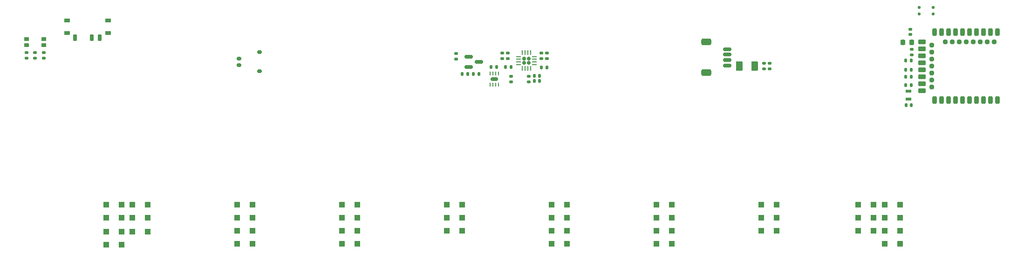
<source format=gbr>
%TF.GenerationSoftware,KiCad,Pcbnew,8.0.8*%
%TF.CreationDate,2025-05-09T16:57:09+02:00*%
%TF.ProjectId,pandemonium BLE e7 cutout,70616e64-656d-46f6-9e69-756d20424c45,rev?*%
%TF.SameCoordinates,Original*%
%TF.FileFunction,Paste,Bot*%
%TF.FilePolarity,Positive*%
%FSLAX46Y46*%
G04 Gerber Fmt 4.6, Leading zero omitted, Abs format (unit mm)*
G04 Created by KiCad (PCBNEW 8.0.8) date 2025-05-09 16:57:09*
%MOMM*%
%LPD*%
G01*
G04 APERTURE LIST*
G04 Aperture macros list*
%AMRoundRect*
0 Rectangle with rounded corners*
0 $1 Rounding radius*
0 $2 $3 $4 $5 $6 $7 $8 $9 X,Y pos of 4 corners*
0 Add a 4 corners polygon primitive as box body*
4,1,4,$2,$3,$4,$5,$6,$7,$8,$9,$2,$3,0*
0 Add four circle primitives for the rounded corners*
1,1,$1+$1,$2,$3*
1,1,$1+$1,$4,$5*
1,1,$1+$1,$6,$7*
1,1,$1+$1,$8,$9*
0 Add four rect primitives between the rounded corners*
20,1,$1+$1,$2,$3,$4,$5,0*
20,1,$1+$1,$4,$5,$6,$7,0*
20,1,$1+$1,$6,$7,$8,$9,0*
20,1,$1+$1,$8,$9,$2,$3,0*%
G04 Aperture macros list end*
%ADD10RoundRect,0.250000X0.300000X0.300000X-0.300000X0.300000X-0.300000X-0.300000X0.300000X-0.300000X0*%
%ADD11RoundRect,0.140000X0.170000X-0.140000X0.170000X0.140000X-0.170000X0.140000X-0.170000X-0.140000X0*%
%ADD12RoundRect,0.137500X0.137500X0.147500X-0.137500X0.147500X-0.137500X-0.147500X0.137500X-0.147500X0*%
%ADD13RoundRect,0.135000X0.185000X-0.135000X0.185000X0.135000X-0.185000X0.135000X-0.185000X-0.135000X0*%
%ADD14RoundRect,0.250000X-0.375000X-0.625000X0.375000X-0.625000X0.375000X0.625000X-0.375000X0.625000X0*%
%ADD15RoundRect,0.135000X0.135000X0.185000X-0.135000X0.185000X-0.135000X-0.185000X0.135000X-0.185000X0*%
%ADD16RoundRect,0.135000X-0.135000X-0.185000X0.135000X-0.185000X0.135000X0.185000X-0.135000X0.185000X0*%
%ADD17RoundRect,0.135000X-0.185000X0.135000X-0.185000X-0.135000X0.185000X-0.135000X0.185000X0.135000X0*%
%ADD18R,1.100000X0.600000*%
%ADD19RoundRect,0.250000X-0.300000X-0.300000X0.300000X-0.300000X0.300000X0.300000X-0.300000X0.300000X0*%
%ADD20RoundRect,0.150000X0.625000X-0.150000X0.625000X0.150000X-0.625000X0.150000X-0.625000X-0.150000X0*%
%ADD21RoundRect,0.250000X0.650000X-0.350000X0.650000X0.350000X-0.650000X0.350000X-0.650000X-0.350000X0*%
%ADD22RoundRect,0.140000X-0.170000X0.140000X-0.170000X-0.140000X0.170000X-0.140000X0.170000X0.140000X0*%
%ADD23RoundRect,0.218750X0.218750X0.256250X-0.218750X0.256250X-0.218750X-0.256250X0.218750X-0.256250X0*%
%ADD24RoundRect,0.140000X0.140000X0.170000X-0.140000X0.170000X-0.140000X-0.170000X0.140000X-0.170000X0*%
%ADD25RoundRect,0.150000X-0.587500X-0.150000X0.587500X-0.150000X0.587500X0.150000X-0.587500X0.150000X0*%
%ADD26RoundRect,0.090000X-0.210000X-0.535000X0.210000X-0.535000X0.210000X0.535000X-0.210000X0.535000X0*%
%ADD27RoundRect,0.105000X-0.445000X0.245000X-0.445000X-0.245000X0.445000X-0.245000X0.445000X0.245000X0*%
%ADD28RoundRect,0.070000X-0.330000X0.280000X-0.330000X-0.280000X0.330000X-0.280000X0.330000X0.280000X0*%
%ADD29RoundRect,0.150000X-0.275000X0.150000X-0.275000X-0.150000X0.275000X-0.150000X0.275000X0.150000X0*%
%ADD30RoundRect,0.175000X-0.225000X0.175000X-0.225000X-0.175000X0.225000X-0.175000X0.225000X0.175000X0*%
%ADD31RoundRect,0.140000X-0.140000X-0.170000X0.140000X-0.170000X0.140000X0.170000X-0.140000X0.170000X0*%
%ADD32RoundRect,0.160000X-0.485000X0.160000X-0.485000X-0.160000X0.485000X-0.160000X0.485000X0.160000X0*%
%ADD33RoundRect,0.062500X-0.062500X0.287500X-0.062500X-0.287500X0.062500X-0.287500X0.062500X0.287500X0*%
%ADD34RoundRect,0.160000X-0.160000X-0.160000X0.160000X-0.160000X0.160000X0.160000X-0.160000X0.160000X0*%
%ADD35RoundRect,0.062500X-0.375000X-0.062500X0.375000X-0.062500X0.375000X0.062500X-0.375000X0.062500X0*%
%ADD36RoundRect,0.062500X-0.062500X-0.375000X0.062500X-0.375000X0.062500X0.375000X-0.062500X0.375000X0*%
%ADD37RoundRect,0.200000X0.200000X-0.500000X0.200000X0.500000X-0.200000X0.500000X-0.200000X-0.500000X0*%
%ADD38RoundRect,0.200000X-0.500000X-0.200000X0.500000X-0.200000X0.500000X0.200000X-0.500000X0.200000X0*%
%ADD39RoundRect,0.200000X-0.200000X-0.200000X0.200000X-0.200000X0.200000X0.200000X-0.200000X0.200000X0*%
%ADD40RoundRect,0.147500X-0.172500X0.147500X-0.172500X-0.147500X0.172500X-0.147500X0.172500X0.147500X0*%
G04 APERTURE END LIST*
D10*
%TO.C,D6*%
X137925000Y-72825000D03*
X135125000Y-72825000D03*
%TD*%
D11*
%TO.C,C19*%
X127166250Y-41466938D03*
X127166250Y-40506938D03*
%TD*%
D12*
%TO.C,SW3*%
X204475000Y-32191250D03*
X201925000Y-32191250D03*
X204475000Y-33351250D03*
X201925000Y-33351250D03*
%TD*%
D13*
%TO.C,R4*%
X117795858Y-41552413D03*
X117795858Y-40532413D03*
%TD*%
D14*
%TO.C,F2*%
X169256250Y-42862500D03*
X172056250Y-42862500D03*
%TD*%
D10*
%TO.C,D17*%
X80775000Y-68062500D03*
X77975000Y-68062500D03*
%TD*%
D15*
%TO.C,R2*%
X119893358Y-44298996D03*
X118873358Y-44298996D03*
%TD*%
D16*
%TO.C,R8*%
X199467347Y-43489114D03*
X200487347Y-43489114D03*
%TD*%
D10*
%TO.C,D35*%
X118875000Y-72825000D03*
X116075000Y-72825000D03*
%TD*%
%TO.C,D9*%
X156975000Y-70443750D03*
X154175000Y-70443750D03*
%TD*%
%TO.C,D24*%
X137925000Y-75206250D03*
X135125000Y-75206250D03*
%TD*%
D17*
%TO.C,R16*%
X127793750Y-44704201D03*
X127793750Y-45724201D03*
%TD*%
D18*
%TO.C,Y1*%
X200025000Y-47425000D03*
X200025000Y-48825000D03*
%TD*%
D19*
%TO.C,D31*%
X190881250Y-70443750D03*
X193681250Y-70443750D03*
%TD*%
D10*
%TO.C,D13*%
X156975000Y-72825000D03*
X154175000Y-72825000D03*
%TD*%
D17*
%TO.C,R12*%
X39740282Y-40365000D03*
X39740282Y-41385000D03*
%TD*%
D15*
%TO.C,R3*%
X121956821Y-44314538D03*
X120936821Y-44314538D03*
%TD*%
D10*
%TO.C,D18*%
X176025000Y-68062500D03*
X173225000Y-68062500D03*
%TD*%
%TO.C,D12*%
X61725000Y-68062500D03*
X58925000Y-68062500D03*
%TD*%
D11*
%TO.C,C18*%
X126206250Y-41466938D03*
X126206250Y-40506938D03*
%TD*%
D10*
%TO.C,D20*%
X176025000Y-72825000D03*
X173225000Y-72825000D03*
%TD*%
D17*
%TO.C,R10*%
X42862500Y-40365000D03*
X42862500Y-41385000D03*
%TD*%
D10*
%TO.C,D37*%
X198443750Y-72825000D03*
X195643750Y-72825000D03*
%TD*%
%TO.C,D32*%
X198443750Y-70443750D03*
X195643750Y-70443750D03*
%TD*%
D20*
%TO.C,J5*%
X167100000Y-42775000D03*
X167100000Y-41775000D03*
X167100000Y-40775000D03*
X167100000Y-39775000D03*
D21*
X163225000Y-44075000D03*
X163225000Y-38475000D03*
%TD*%
D22*
%TO.C,C8*%
X200597327Y-39825736D03*
X200597327Y-40785736D03*
%TD*%
D23*
%TO.C,L1*%
X200587507Y-38500629D03*
X199012507Y-38500629D03*
%TD*%
D10*
%TO.C,D29*%
X118875000Y-70443750D03*
X116075000Y-70443750D03*
%TD*%
%TO.C,D2*%
X137925000Y-70443750D03*
X135125000Y-70443750D03*
%TD*%
D24*
%TO.C,C9*%
X200503785Y-49979298D03*
X199543785Y-49979298D03*
%TD*%
D25*
%TO.C,Q1*%
X120033358Y-43018750D03*
X120033358Y-41118750D03*
X121908358Y-42068750D03*
%TD*%
D10*
%TO.C,D15*%
X80775000Y-72825000D03*
X77975000Y-72825000D03*
%TD*%
%TO.C,D28*%
X99825000Y-68062500D03*
X97025000Y-68062500D03*
%TD*%
%TO.C,D34*%
X99825000Y-72825000D03*
X97025000Y-72825000D03*
%TD*%
%TO.C,D16*%
X176025000Y-70443750D03*
X173225000Y-70443750D03*
%TD*%
D16*
%TO.C,R1*%
X199495793Y-44762106D03*
X200515793Y-44762106D03*
%TD*%
D15*
%TO.C,R13*%
X127783953Y-42987500D03*
X126763953Y-42987500D03*
%TD*%
D10*
%TO.C,D40*%
X156975000Y-75206250D03*
X154175000Y-75206250D03*
%TD*%
%TO.C,D23*%
X118875000Y-68062500D03*
X116075000Y-68062500D03*
%TD*%
%TO.C,D4*%
X137925000Y-68062500D03*
X135125000Y-68062500D03*
%TD*%
D26*
%TO.C,SW4*%
X48550000Y-37718750D03*
X51550000Y-37718750D03*
X53050000Y-37718750D03*
D27*
X54500000Y-36868750D03*
X54500000Y-34568750D03*
X47100000Y-36868750D03*
X47100000Y-34568750D03*
%TD*%
D11*
%TO.C,C7*%
X200343919Y-37116037D03*
X200343919Y-36156037D03*
%TD*%
D28*
%TO.C,LED1*%
X42825000Y-37943750D03*
X42825000Y-39043750D03*
X39725000Y-39043750D03*
X39725000Y-37943750D03*
%TD*%
D16*
%TO.C,R15*%
X133280000Y-43087500D03*
X134300000Y-43087500D03*
%TD*%
D11*
%TO.C,C16*%
X133306250Y-41466297D03*
X133306250Y-40506297D03*
%TD*%
D10*
%TO.C,D11*%
X156975000Y-68062500D03*
X154175000Y-68062500D03*
%TD*%
D29*
%TO.C,J3*%
X78293750Y-41468750D03*
X78293750Y-42668750D03*
D30*
X82068750Y-40318750D03*
X82068750Y-43818750D03*
%TD*%
D10*
%TO.C,D3*%
X61725000Y-70443750D03*
X58925000Y-70443750D03*
%TD*%
D19*
%TO.C,D25*%
X190881250Y-68062500D03*
X193681250Y-68062500D03*
%TD*%
D11*
%TO.C,C12*%
X174781833Y-43342500D03*
X174781833Y-42382500D03*
%TD*%
D17*
%TO.C,R14*%
X130952264Y-44711960D03*
X130952264Y-45731960D03*
%TD*%
%TO.C,R11*%
X41275000Y-40409775D03*
X41275000Y-41429775D03*
%TD*%
D10*
%TO.C,D19*%
X80775000Y-70443750D03*
X77975000Y-70443750D03*
%TD*%
%TO.C,D14*%
X80775000Y-75206250D03*
X77975000Y-75206250D03*
%TD*%
%TO.C,D22*%
X99825000Y-70443750D03*
X97025000Y-70443750D03*
%TD*%
D24*
%TO.C,C17*%
X125123750Y-42987500D03*
X124163750Y-42987500D03*
%TD*%
D10*
%TO.C,D1*%
X61725000Y-73025000D03*
X58925000Y-73025000D03*
%TD*%
%TO.C,D10*%
X56962500Y-73025000D03*
X54162500Y-73025000D03*
%TD*%
D31*
%TO.C,C14*%
X132019158Y-44646880D03*
X132979158Y-44646880D03*
%TD*%
D19*
%TO.C,D7*%
X54162500Y-70443750D03*
X56962500Y-70443750D03*
%TD*%
%TO.C,D5*%
X54162500Y-68062500D03*
X56962500Y-68062500D03*
%TD*%
%TO.C,D27*%
X190881250Y-72825000D03*
X193681250Y-72825000D03*
%TD*%
D10*
%TO.C,D21*%
X99825000Y-75206250D03*
X97025000Y-75206250D03*
%TD*%
D32*
%TO.C,U6*%
X124728475Y-45243750D03*
D33*
X123978475Y-44243750D03*
X124478475Y-44243750D03*
X124978475Y-44243750D03*
X125478475Y-44243750D03*
X125478475Y-46243750D03*
X124978475Y-46243750D03*
X124478475Y-46243750D03*
X123978475Y-46243750D03*
%TD*%
D34*
%TO.C,U7*%
X130175000Y-41475000D03*
X130175000Y-42275000D03*
X130975000Y-41475000D03*
X130975000Y-42275000D03*
D35*
X129137500Y-42625000D03*
X129137500Y-42125000D03*
X129137500Y-41625000D03*
X129137500Y-41125000D03*
D36*
X129825000Y-40437500D03*
X130325000Y-40437500D03*
X130825000Y-40437500D03*
X131325000Y-40437500D03*
D35*
X132012500Y-41125000D03*
X132012500Y-41625000D03*
X132012500Y-42125000D03*
X132012500Y-42625000D03*
D36*
X131325000Y-43312500D03*
X130825000Y-43312500D03*
X130325000Y-43312500D03*
X129825000Y-43312500D03*
%TD*%
D10*
%TO.C,D8*%
X56962500Y-75406250D03*
X54162500Y-75406250D03*
%TD*%
D37*
%TO.C,U1*%
X216167500Y-49062500D03*
X214897500Y-49062500D03*
X213627500Y-49062500D03*
X212357500Y-49062500D03*
X211087500Y-49062500D03*
X209817500Y-49062500D03*
X208547500Y-49062500D03*
X207277500Y-49062500D03*
X206007500Y-49062500D03*
X204737500Y-49062500D03*
D38*
X202437500Y-47302500D03*
D39*
X204237500Y-46672500D03*
D38*
X202437500Y-46032500D03*
D39*
X204237500Y-45402500D03*
D38*
X202437500Y-44762500D03*
D39*
X204237500Y-44132500D03*
D38*
X202437500Y-43492500D03*
D39*
X204237500Y-42862500D03*
D38*
X202437500Y-42222500D03*
D39*
X204237500Y-41592500D03*
D38*
X202437500Y-40952500D03*
D39*
X204237500Y-40322500D03*
D38*
X202437500Y-39682500D03*
D39*
X204237500Y-39052500D03*
D38*
X202437500Y-38412500D03*
D37*
X204737500Y-36662500D03*
X206007500Y-36662500D03*
D39*
X206642500Y-38462500D03*
D37*
X207277500Y-36662500D03*
D39*
X207912500Y-38462500D03*
D37*
X208547500Y-36662500D03*
D39*
X209182500Y-38462500D03*
D37*
X209817500Y-36662500D03*
D39*
X210452500Y-38462500D03*
D37*
X211087500Y-36662500D03*
D39*
X211722500Y-38462500D03*
D37*
X212357500Y-36662500D03*
D39*
X212992500Y-38462500D03*
D37*
X213627500Y-36662500D03*
D39*
X214262500Y-38462500D03*
D37*
X214897500Y-36662500D03*
D39*
X215532500Y-38462500D03*
D37*
X216167500Y-36662500D03*
%TD*%
D10*
%TO.C,D26*%
X198443750Y-68062500D03*
X195643750Y-68062500D03*
%TD*%
%TO.C,D30*%
X198443750Y-75206250D03*
X195643750Y-75206250D03*
%TD*%
D11*
%TO.C,C15*%
X134332884Y-41467201D03*
X134332884Y-40507201D03*
%TD*%
D31*
%TO.C,C13*%
X131994863Y-45589344D03*
X132954863Y-45589344D03*
%TD*%
D24*
%TO.C,C6*%
X200475453Y-41868750D03*
X199515453Y-41868750D03*
%TD*%
D40*
%TO.C,L2*%
X173788083Y-42377500D03*
X173788083Y-43347500D03*
%TD*%
D24*
%TO.C,C10*%
X200465671Y-46306958D03*
X199505671Y-46306958D03*
%TD*%
M02*

</source>
